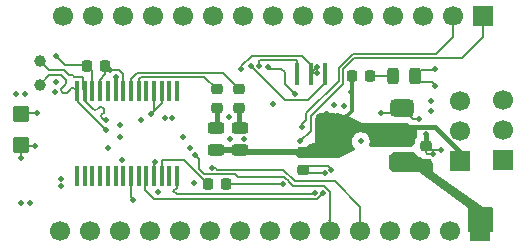
<source format=gbr>
%TF.GenerationSoftware,KiCad,Pcbnew,9.0.2*%
%TF.CreationDate,2025-07-20T14:30:59+05:30*%
%TF.ProjectId,Arduino nano,41726475-696e-46f2-906e-616e6f2e6b69,rev?*%
%TF.SameCoordinates,Original*%
%TF.FileFunction,Copper,L4,Bot*%
%TF.FilePolarity,Positive*%
%FSLAX46Y46*%
G04 Gerber Fmt 4.6, Leading zero omitted, Abs format (unit mm)*
G04 Created by KiCad (PCBNEW 9.0.2) date 2025-07-20 14:30:59*
%MOMM*%
%LPD*%
G01*
G04 APERTURE LIST*
G04 Aperture macros list*
%AMRoundRect*
0 Rectangle with rounded corners*
0 $1 Rounding radius*
0 $2 $3 $4 $5 $6 $7 $8 $9 X,Y pos of 4 corners*
0 Add a 4 corners polygon primitive as box body*
4,1,4,$2,$3,$4,$5,$6,$7,$8,$9,$2,$3,0*
0 Add four circle primitives for the rounded corners*
1,1,$1+$1,$2,$3*
1,1,$1+$1,$4,$5*
1,1,$1+$1,$6,$7*
1,1,$1+$1,$8,$9*
0 Add four rect primitives between the rounded corners*
20,1,$1+$1,$2,$3,$4,$5,0*
20,1,$1+$1,$4,$5,$6,$7,0*
20,1,$1+$1,$6,$7,$8,$9,0*
20,1,$1+$1,$8,$9,$2,$3,0*%
G04 Aperture macros list end*
%TA.AperFunction,ComponentPad*%
%ADD10R,1.700000X1.700000*%
%TD*%
%TA.AperFunction,ComponentPad*%
%ADD11C,1.700000*%
%TD*%
%TA.AperFunction,SMDPad,CuDef*%
%ADD12C,1.000000*%
%TD*%
%TA.AperFunction,SMDPad,CuDef*%
%ADD13RoundRect,0.225000X0.225000X0.250000X-0.225000X0.250000X-0.225000X-0.250000X0.225000X-0.250000X0*%
%TD*%
%TA.AperFunction,SMDPad,CuDef*%
%ADD14RoundRect,0.218750X-0.218750X-0.256250X0.218750X-0.256250X0.218750X0.256250X-0.218750X0.256250X0*%
%TD*%
%TA.AperFunction,SMDPad,CuDef*%
%ADD15RoundRect,0.375000X0.625000X0.375000X-0.625000X0.375000X-0.625000X-0.375000X0.625000X-0.375000X0*%
%TD*%
%TA.AperFunction,SMDPad,CuDef*%
%ADD16RoundRect,0.500000X0.500000X1.400000X-0.500000X1.400000X-0.500000X-1.400000X0.500000X-1.400000X0*%
%TD*%
%TA.AperFunction,SMDPad,CuDef*%
%ADD17RoundRect,0.243750X-0.456250X0.243750X-0.456250X-0.243750X0.456250X-0.243750X0.456250X0.243750X0*%
%TD*%
%TA.AperFunction,SMDPad,CuDef*%
%ADD18R,0.450000X1.750000*%
%TD*%
%TA.AperFunction,SMDPad,CuDef*%
%ADD19RoundRect,0.218750X0.256250X-0.218750X0.256250X0.218750X-0.256250X0.218750X-0.256250X-0.218750X0*%
%TD*%
%TA.AperFunction,SMDPad,CuDef*%
%ADD20RoundRect,0.225000X-0.250000X0.225000X-0.250000X-0.225000X0.250000X-0.225000X0.250000X0.225000X0*%
%TD*%
%TA.AperFunction,SMDPad,CuDef*%
%ADD21RoundRect,0.243750X0.243750X0.456250X-0.243750X0.456250X-0.243750X-0.456250X0.243750X-0.456250X0*%
%TD*%
%TA.AperFunction,SMDPad,CuDef*%
%ADD22RoundRect,0.225000X-0.225000X-0.250000X0.225000X-0.250000X0.225000X0.250000X-0.225000X0.250000X0*%
%TD*%
%TA.AperFunction,SMDPad,CuDef*%
%ADD23RoundRect,0.250000X-0.445000X0.457500X-0.445000X-0.457500X0.445000X-0.457500X0.445000X0.457500X0*%
%TD*%
%TA.AperFunction,SMDPad,CuDef*%
%ADD24R,0.400000X1.900000*%
%TD*%
%TA.AperFunction,ViaPad*%
%ADD25C,0.500000*%
%TD*%
%TA.AperFunction,Conductor*%
%ADD26C,0.400000*%
%TD*%
%TA.AperFunction,Conductor*%
%ADD27C,0.500000*%
%TD*%
%TA.AperFunction,Conductor*%
%ADD28C,0.300000*%
%TD*%
%TA.AperFunction,Conductor*%
%ADD29C,0.200000*%
%TD*%
%TA.AperFunction,Conductor*%
%ADD30C,0.150000*%
%TD*%
G04 APERTURE END LIST*
D10*
%TO.P,J2,1,Pin_1*%
%TO.N,VCC*%
X230320000Y-97600000D03*
D11*
%TO.P,J2,2,Pin_2*%
%TO.N,/RESET*%
X227780000Y-97600000D03*
%TO.P,J2,3,Pin_3*%
%TO.N,GND*%
X225240001Y-97600000D03*
%TO.P,J2,4,Pin_4*%
%TO.N,+5V*%
X222700000Y-97600000D03*
%TO.P,J2,5,Pin_5*%
%TO.N,/A7*%
X220160000Y-97600000D03*
%TO.P,J2,6,Pin_6*%
%TO.N,/A6*%
X217620000Y-97600000D03*
%TO.P,J2,7,Pin_7*%
%TO.N,/A5*%
X215080000Y-97600000D03*
%TO.P,J2,8,Pin_8*%
%TO.N,/A4*%
X212539999Y-97600000D03*
%TO.P,J2,9,Pin_9*%
%TO.N,/A3*%
X210000000Y-97600000D03*
%TO.P,J2,10,Pin_10*%
%TO.N,/A2*%
X207460000Y-97600000D03*
%TO.P,J2,11,Pin_11*%
%TO.N,/A1*%
X204920000Y-97600000D03*
%TO.P,J2,12,Pin_12*%
%TO.N,/A0*%
X202380001Y-97600000D03*
%TO.P,J2,13,Pin_13*%
%TO.N,/AREF*%
X199840000Y-97600000D03*
%TO.P,J2,14,Pin_14*%
%TO.N,+3.3V*%
X197300000Y-97600000D03*
%TO.P,J2,15,Pin_15*%
%TO.N,/D13{slash}SCK*%
X194760000Y-97600000D03*
%TD*%
D10*
%TO.P,J4,1,Pin_1*%
%TO.N,/D0{slash}RX*%
X230560000Y-79400000D03*
D11*
%TO.P,J4,2,Pin_2*%
%TO.N,/D1{slash}TX*%
X228020000Y-79400000D03*
%TO.P,J4,3,Pin_3*%
%TO.N,/RESET*%
X225480001Y-79400000D03*
%TO.P,J4,4,Pin_4*%
%TO.N,GND*%
X222940000Y-79400000D03*
%TO.P,J4,5,Pin_5*%
%TO.N,/D2*%
X220400000Y-79400000D03*
%TO.P,J4,6,Pin_6*%
%TO.N,/D3*%
X217860000Y-79400000D03*
%TO.P,J4,7,Pin_7*%
%TO.N,/D4*%
X215320000Y-79400000D03*
%TO.P,J4,8,Pin_8*%
%TO.N,/D5*%
X212779999Y-79400000D03*
%TO.P,J4,9,Pin_9*%
%TO.N,/D6*%
X210240000Y-79400000D03*
%TO.P,J4,10,Pin_10*%
%TO.N,/D7*%
X207700000Y-79400000D03*
%TO.P,J4,11,Pin_11*%
%TO.N,/D8*%
X205160000Y-79400000D03*
%TO.P,J4,12,Pin_12*%
%TO.N,/D9*%
X202620001Y-79400000D03*
%TO.P,J4,13,Pin_13*%
%TO.N,/D10*%
X200080000Y-79400000D03*
%TO.P,J4,14,Pin_14*%
%TO.N,/D11{slash}MOSI*%
X197540000Y-79400000D03*
%TO.P,J4,15,Pin_15*%
%TO.N,/D12{slash}MISO*%
X195000000Y-79400000D03*
%TD*%
D10*
%TO.P,J5,1,Pin_1*%
%TO.N,/D12{slash}MISO*%
X232200000Y-91600000D03*
D11*
%TO.P,J5,2,Pin_2*%
%TO.N,/D13{slash}SCK*%
X232200000Y-89060000D03*
%TO.P,J5,3,Pin_3*%
%TO.N,/RESET*%
X232200000Y-86520000D03*
%TD*%
D10*
%TO.P,J3,1,Pin_1*%
%TO.N,+5V*%
X228600000Y-91640000D03*
D11*
%TO.P,J3,2,Pin_2*%
%TO.N,/D11{slash}MOSI*%
X228600000Y-89100000D03*
%TO.P,J3,3,Pin_3*%
%TO.N,GND*%
X228600000Y-86560000D03*
%TD*%
D12*
%TO.P,TP1,1,1*%
%TO.N,/D_P*%
X193000000Y-85200000D03*
%TD*%
D13*
%TO.P,C8,1*%
%TO.N,/RESET*%
X208775000Y-93600000D03*
%TO.P,C8,2*%
%TO.N,Net-(U3-RTS)*%
X207225000Y-93600000D03*
%TD*%
D14*
%TO.P,R5,1*%
%TO.N,+5V*%
X219412499Y-84500000D03*
%TO.P,R5,2*%
%TO.N,Net-(D2-A)*%
X220987501Y-84500000D03*
%TD*%
D15*
%TO.P,U2,1,GND*%
%TO.N,GND*%
X223670000Y-87140000D03*
%TO.P,U2,2,VO*%
%TO.N,+5V*%
X223669999Y-89440000D03*
D16*
X217370001Y-89440000D03*
D15*
%TO.P,U2,3,VI*%
%TO.N,VCC*%
X223670000Y-91740000D03*
%TD*%
D17*
%TO.P,D5,1,K*%
%TO.N,Net-(D5-K)*%
X210000000Y-88862499D03*
%TO.P,D5,2,A*%
%TO.N,+5V*%
X210000000Y-90737501D03*
%TD*%
D18*
%TO.P,U3,1,TXD*%
%TO.N,/RX*%
X204625000Y-92900000D03*
%TO.P,U3,2,DTR*%
%TO.N,unconnected-(U3-DTR-Pad2)*%
X203975000Y-92900000D03*
%TO.P,U3,3,RTS*%
%TO.N,Net-(U3-RTS)*%
X203325000Y-92900000D03*
%TO.P,U3,4,VCCIO*%
%TO.N,+5V*%
X202675000Y-92900000D03*
%TO.P,U3,5,RXD*%
%TO.N,/TX*%
X202025000Y-92900000D03*
%TO.P,U3,6,RI*%
%TO.N,unconnected-(U3-RI-Pad6)*%
X201375000Y-92900000D03*
%TO.P,U3,7,GND*%
%TO.N,GND*%
X200725000Y-92900000D03*
%TO.P,U3,8*%
%TO.N,N/C*%
X200075000Y-92900000D03*
%TO.P,U3,9,DCR*%
%TO.N,unconnected-(U3-DCR-Pad9)*%
X199425000Y-92900000D03*
%TO.P,U3,10,DCD*%
%TO.N,unconnected-(U3-DCD-Pad10)*%
X198775000Y-92900000D03*
%TO.P,U3,11,CTS*%
%TO.N,unconnected-(U3-CTS-Pad11)*%
X198125000Y-92900000D03*
%TO.P,U3,12,CBUS4*%
%TO.N,unconnected-(U3-CBUS4-Pad12)*%
X197475000Y-92900000D03*
%TO.P,U3,13,CBUS2*%
%TO.N,unconnected-(U3-CBUS2-Pad13)*%
X196825000Y-92900000D03*
%TO.P,U3,14,CBUS3*%
%TO.N,unconnected-(U3-CBUS3-Pad14)*%
X196175000Y-92900000D03*
%TO.P,U3,15,USBD+*%
%TO.N,/D_P*%
X196175000Y-85700000D03*
%TO.P,U3,16,USBD-*%
%TO.N,/D_N*%
X196825000Y-85700000D03*
%TO.P,U3,17,3V3OUT*%
%TO.N,+3.3V*%
X197475000Y-85700000D03*
%TO.P,U3,18,GND*%
%TO.N,GND*%
X198125000Y-85700000D03*
%TO.P,U3,19,~{RESET}*%
%TO.N,unconnected-(U3-~{RESET}-Pad19)*%
X198775000Y-85700000D03*
%TO.P,U3,20,VCC*%
%TO.N,+5V*%
X199425000Y-85700000D03*
%TO.P,U3,21,GND*%
%TO.N,GND*%
X200075000Y-85700000D03*
%TO.P,U3,22,CBUS1*%
%TO.N,Net-(U3-CBUS1)*%
X200725000Y-85700000D03*
%TO.P,U3,23,CBUS0*%
%TO.N,Net-(U3-CBUS0)*%
X201375000Y-85700000D03*
%TO.P,U3,24*%
%TO.N,N/C*%
X202025000Y-85700000D03*
%TO.P,U3,25,AGND*%
%TO.N,GND*%
X202675000Y-85700000D03*
%TO.P,U3,26,TEST*%
X203325000Y-85700000D03*
%TO.P,U3,27,OSCI*%
%TO.N,unconnected-(U3-OSCI-Pad27)*%
X203975000Y-85700000D03*
%TO.P,U3,28,OSCO*%
%TO.N,unconnected-(U3-OSCO-Pad28)*%
X204625000Y-85700000D03*
%TD*%
D19*
%TO.P,R7,1*%
%TO.N,Net-(D5-K)*%
X209900000Y-87187501D03*
%TO.P,R7,2*%
%TO.N,Net-(U3-CBUS1)*%
X209900000Y-85612499D03*
%TD*%
D20*
%TO.P,C6,1*%
%TO.N,+5V*%
X215320000Y-90890000D03*
%TO.P,C6,2*%
%TO.N,GND*%
X215320000Y-92440000D03*
%TD*%
D21*
%TO.P,D2,1,K*%
%TO.N,GND*%
X224800000Y-84500000D03*
%TO.P,D2,2,A*%
%TO.N,Net-(D2-A)*%
X222925000Y-84500000D03*
%TD*%
D20*
%TO.P,C5,1*%
%TO.N,GND*%
X225720000Y-90365000D03*
%TO.P,C5,2*%
%TO.N,VCC*%
X225720000Y-91915000D03*
%TD*%
D22*
%TO.P,C7,1*%
%TO.N,+3.3V*%
X197025000Y-83600000D03*
%TO.P,C7,2*%
%TO.N,GND*%
X198575000Y-83600000D03*
%TD*%
D23*
%TO.P,C9,1*%
%TO.N,VBUS*%
X191400000Y-87647500D03*
%TO.P,C9,2*%
%TO.N,GND*%
X191400000Y-90352500D03*
%TD*%
D12*
%TO.P,TP2,1,1*%
%TO.N,/D_N*%
X193000000Y-83200000D03*
%TD*%
D24*
%TO.P,Y1,1,1*%
%TO.N,/XTAL2*%
X217200000Y-84300000D03*
%TO.P,Y1,2,2*%
%TO.N,GND*%
X216000000Y-84300000D03*
%TO.P,Y1,3,3*%
%TO.N,/XTAL1*%
X214800000Y-84300000D03*
%TD*%
D19*
%TO.P,R6,1*%
%TO.N,Net-(D4-K)*%
X208000000Y-87187501D03*
%TO.P,R6,2*%
%TO.N,Net-(U3-CBUS0)*%
X208000000Y-85612499D03*
%TD*%
D17*
%TO.P,D4,1,K*%
%TO.N,Net-(D4-K)*%
X207900000Y-88862499D03*
%TO.P,D4,2,A*%
%TO.N,+5V*%
X207900000Y-90737501D03*
%TD*%
D25*
%TO.N,+5V*%
X221200000Y-89800000D03*
X214600000Y-86000000D03*
X204200000Y-88000000D03*
X221800000Y-89200000D03*
X221200000Y-89200000D03*
X219400000Y-85800000D03*
X199424999Y-84525000D03*
X203600000Y-88000000D03*
X212300000Y-83700000D03*
X205744033Y-90536356D03*
X202739998Y-91754999D03*
X221800000Y-89800000D03*
%TO.N,GND*%
X218800000Y-87000000D03*
X217700000Y-92400000D03*
X217900000Y-86900000D03*
X191000000Y-86000000D03*
X217200000Y-92700000D03*
X191400000Y-91400000D03*
X203000000Y-94300000D03*
X206089079Y-93489079D03*
X191400000Y-95200000D03*
X198994084Y-83973352D03*
X216500000Y-83700000D03*
X198800000Y-90600000D03*
X194800000Y-93200000D03*
X210074000Y-83900000D03*
X226300000Y-91040000D03*
X192200000Y-95200000D03*
X226100000Y-86600000D03*
X209000000Y-87900000D03*
X226500000Y-85300000D03*
X191800000Y-86000000D03*
X225100000Y-88099000D03*
X199800000Y-88600000D03*
X209100000Y-89800000D03*
X194292619Y-85826643D03*
X216500000Y-84200000D03*
X226100000Y-87400000D03*
X221900000Y-87600000D03*
X201600000Y-88200000D03*
X226500000Y-83900000D03*
X227000000Y-90700000D03*
X202400000Y-87700000D03*
X210300000Y-89800000D03*
X192600000Y-90400000D03*
X212800000Y-86800000D03*
X199800000Y-89600000D03*
X225700000Y-89400000D03*
X194800000Y-93800000D03*
X200900000Y-95000000D03*
X194400000Y-85000000D03*
%TO.N,+3.3V*%
X194400000Y-82800000D03*
%TO.N,/RESET*%
X213580996Y-93619848D03*
%TO.N,VBUS*%
X192800000Y-87600000D03*
%TO.N,Net-(D1-A)*%
X200000000Y-91574998D03*
X220200000Y-90000000D03*
%TO.N,/D_P*%
X198600000Y-89000000D03*
%TO.N,/D_N*%
X198600000Y-88200000D03*
%TO.N,/A7*%
X207600000Y-92275000D03*
%TO.N,/A6*%
X206191744Y-91158219D03*
%TO.N,/D13{slash}SCK*%
X205100000Y-89600000D03*
%TO.N,/D0{slash}RX*%
X215047539Y-89990000D03*
%TO.N,/D1{slash}TX*%
X215245001Y-88797463D03*
%TO.N,/RX*%
X216300213Y-94357749D03*
%TO.N,/TX*%
X217000000Y-94375000D03*
%TO.N,/XTAL2*%
X210871303Y-83586233D03*
%TO.N,/XTAL1*%
X211600000Y-83600000D03*
%TD*%
D26*
%TO.N,+5V*%
X223669999Y-89440000D02*
X224360999Y-88749000D01*
D27*
X207960003Y-90737501D02*
X209900000Y-90737501D01*
D28*
X219412499Y-84500000D02*
X219412499Y-87397502D01*
D29*
X213428232Y-83849000D02*
X212449000Y-83849000D01*
D27*
X210052499Y-90890000D02*
X209900000Y-90737501D01*
D26*
X228600000Y-90869182D02*
X228600000Y-91640000D01*
X224360999Y-88749000D02*
X226479818Y-88749000D01*
D29*
X213751000Y-84171768D02*
X213428232Y-83849000D01*
D26*
X226479818Y-88749000D02*
X228600000Y-90869182D01*
D29*
X213751000Y-85151000D02*
X213751000Y-84171768D01*
D28*
X199424999Y-84525000D02*
X199424999Y-85700000D01*
D30*
X202739998Y-91754999D02*
X202675000Y-91819997D01*
D27*
X215320000Y-90890000D02*
X210052499Y-90890000D01*
D30*
X202675000Y-91819997D02*
X202675000Y-92899999D01*
D29*
X214600000Y-86000000D02*
X213751000Y-85151000D01*
D28*
X219412499Y-87397502D02*
X217370001Y-89440000D01*
D29*
X212449000Y-83849000D02*
X212300000Y-83700000D01*
%TO.N,GND*%
X191400000Y-91400000D02*
X191400000Y-90352500D01*
X202400000Y-87700000D02*
X202675000Y-87425000D01*
X225720000Y-90880000D02*
X225720000Y-90365000D01*
X202675000Y-87425000D02*
X202675000Y-85700001D01*
X200900000Y-95000000D02*
X200900000Y-94850000D01*
X217700000Y-92400000D02*
X217400000Y-92100000D01*
D30*
X216000000Y-84300000D02*
X216000000Y-83550000D01*
D29*
X225300000Y-84000000D02*
X224800000Y-84500000D01*
D30*
X216000000Y-83550000D02*
X215199000Y-82749000D01*
D29*
X216500000Y-83700000D02*
X216000000Y-84200000D01*
X192600000Y-90400000D02*
X191447500Y-90400000D01*
X202400000Y-87700000D02*
X203325000Y-86775000D01*
X226200000Y-85000000D02*
X225300000Y-85000000D01*
X224629000Y-88099000D02*
X223670000Y-87140000D01*
X226300000Y-91040000D02*
X225840000Y-91040000D01*
D30*
X215199000Y-82749000D02*
X210964659Y-82749000D01*
D29*
X225485000Y-90600000D02*
X225720000Y-90365000D01*
X200725000Y-94675000D02*
X200725000Y-92900000D01*
X223210000Y-87600000D02*
X223670000Y-87140000D01*
X225300000Y-85000000D02*
X224800000Y-84500000D01*
D30*
X210964659Y-82749000D02*
X210074000Y-83639659D01*
D29*
X225100000Y-88099000D02*
X224629000Y-88099000D01*
X215580000Y-92700000D02*
X215320000Y-92440000D01*
X200075000Y-84325000D02*
X200075000Y-85700000D01*
X226055000Y-90700000D02*
X225720000Y-90365000D01*
X217200000Y-92700000D02*
X215580000Y-92700000D01*
D26*
X225700000Y-90345000D02*
X225720000Y-90365000D01*
D29*
X200900000Y-94850000D02*
X200725000Y-94675000D01*
D30*
X210074000Y-83639659D02*
X210074000Y-83900000D01*
X198125000Y-84775000D02*
X198575000Y-84325000D01*
X198575000Y-84325000D02*
X198575000Y-83600000D01*
D29*
X216100000Y-84200000D02*
X216000000Y-84300000D01*
X203325000Y-86775000D02*
X203325000Y-85700000D01*
X198994084Y-83973352D02*
X199723352Y-83973352D01*
X216000000Y-84200000D02*
X216000000Y-84300000D01*
D30*
X198125000Y-85700001D02*
X198125000Y-84775000D01*
D29*
X225840000Y-91040000D02*
X225700000Y-90900000D01*
X217400000Y-92100000D02*
X215660000Y-92100000D01*
X199723352Y-83973352D02*
X200075000Y-84325000D01*
X216500000Y-84200000D02*
X216100000Y-84200000D01*
X226500000Y-85300000D02*
X226200000Y-85000000D01*
X226400000Y-84000000D02*
X225300000Y-84000000D01*
D26*
X225700000Y-89400000D02*
X225700000Y-90345000D01*
D29*
X225700000Y-90900000D02*
X225720000Y-90880000D01*
X191447500Y-90400000D02*
X191400000Y-90352500D01*
X226500000Y-83900000D02*
X226400000Y-84000000D01*
X215660000Y-92100000D02*
X215320000Y-92440000D01*
X227000000Y-90700000D02*
X226055000Y-90700000D01*
X221900000Y-87600000D02*
X223210000Y-87600000D01*
X225100000Y-88099000D02*
X224999000Y-88200000D01*
D30*
%TO.N,+3.3V*%
X194400000Y-82800000D02*
X195126232Y-83526232D01*
X196951232Y-83526232D02*
X197025000Y-83600000D01*
X195126232Y-83526232D02*
X196951232Y-83526232D01*
X197475000Y-84050000D02*
X197025000Y-83600000D01*
X197475000Y-85700000D02*
X197475000Y-84050000D01*
%TO.N,/RESET*%
X213580996Y-93619848D02*
X213561148Y-93600000D01*
X213561148Y-93600000D02*
X208775000Y-93600000D01*
%TO.N,Net-(U3-RTS)*%
X203325000Y-91675000D02*
X203325000Y-92900000D01*
X207225000Y-93600000D02*
X205225000Y-91600000D01*
X203400000Y-91600000D02*
X203325000Y-91675000D01*
X205225000Y-91600000D02*
X203400000Y-91600000D01*
%TO.N,VBUS*%
X192800000Y-87600000D02*
X191447500Y-87600000D01*
X191447500Y-87600000D02*
X191400000Y-87647500D01*
D29*
%TO.N,Net-(D2-A)*%
X220987501Y-84500000D02*
X222925000Y-84500000D01*
D26*
%TO.N,Net-(D4-K)*%
X207960003Y-87227498D02*
X208000000Y-87187501D01*
X208000000Y-87187501D02*
X208000000Y-88822502D01*
X208000000Y-88822502D02*
X207960003Y-88862499D01*
%TO.N,Net-(D5-K)*%
X209900000Y-87187501D02*
X209900000Y-88862499D01*
D29*
%TO.N,/D_P*%
X195958197Y-85558196D02*
X196043051Y-85643051D01*
X196043051Y-85643051D02*
X196100000Y-85700000D01*
X193774999Y-84425001D02*
X194273041Y-84425001D01*
X194273041Y-84425001D02*
X194456899Y-84425001D01*
X194883812Y-85784055D02*
X194968664Y-85868907D01*
X196275000Y-86675000D02*
X196275000Y-86450000D01*
X195194523Y-85133934D02*
X194883812Y-85444644D01*
X198600000Y-89000000D02*
X196275000Y-86675000D01*
X196100000Y-85700000D02*
X196175000Y-85700000D01*
X195079612Y-84679612D02*
X194825001Y-84425001D01*
X193000000Y-85200000D02*
X193774999Y-84425001D01*
X194825001Y-84425001D02*
X194566065Y-84425001D01*
X195308076Y-85868907D02*
X195618786Y-85558196D01*
X196175000Y-86350000D02*
X196175000Y-85700000D01*
X195079612Y-84679612D02*
X195194523Y-84794523D01*
X196275000Y-86450000D02*
X196175000Y-86350000D01*
X194456899Y-84425001D02*
X194566065Y-84425001D01*
X194968664Y-85868907D02*
G75*
G03*
X195308076Y-85868907I169706J169704D01*
G01*
X195618786Y-85558196D02*
G75*
G02*
X195958197Y-85558196I169705J-169707D01*
G01*
X194883812Y-85444644D02*
G75*
G03*
X194883861Y-85784005I169688J-169656D01*
G01*
X195194523Y-84794523D02*
G75*
G02*
X195194495Y-85133906I-169723J-169677D01*
G01*
%TO.N,/D_N*%
X193774999Y-83974999D02*
X193000000Y-83200000D01*
X196825000Y-85700000D02*
X196701000Y-85576000D01*
X196825000Y-86350000D02*
X196725000Y-86450000D01*
X195924000Y-84524000D02*
X195800000Y-84400000D01*
X198416084Y-87568782D02*
X198280335Y-87704528D01*
X197856074Y-87280266D02*
X197991820Y-87144517D01*
X198331232Y-87144518D02*
X198416084Y-87229370D01*
X198365190Y-88128793D02*
X198436397Y-88200000D01*
X195525000Y-84400000D02*
X195099999Y-83974999D01*
X195800000Y-84400000D02*
X195525000Y-84400000D01*
X198280336Y-88043940D02*
X198365190Y-88128793D01*
X196701000Y-85576000D02*
X196701000Y-84524000D01*
X196825000Y-85700000D02*
X196825000Y-86350000D01*
X196725000Y-86450000D02*
X196725000Y-86488603D01*
X198436397Y-88200000D02*
X198600000Y-88200000D01*
X195099999Y-83974999D02*
X193774999Y-83974999D01*
X196725000Y-86488603D02*
X197516662Y-87280265D01*
X196701000Y-84524000D02*
X195924000Y-84524000D01*
X198280335Y-87704528D02*
G75*
G03*
X198280369Y-88043906I169665J-169672D01*
G01*
X197516662Y-87280265D02*
G75*
G03*
X197856106Y-87280298I169738J169665D01*
G01*
X197991820Y-87144517D02*
G75*
G02*
X198331206Y-87144543I169680J-169683D01*
G01*
X198416084Y-87229370D02*
G75*
G02*
X198416108Y-87568806I-169684J-169730D01*
G01*
D30*
%TO.N,/A7*%
X208059550Y-92400000D02*
X213600000Y-92400000D01*
X218000000Y-93400000D02*
X220160000Y-95560000D01*
X214600000Y-93400000D02*
X218000000Y-93400000D01*
X220160000Y-95560000D02*
X220160000Y-96700000D01*
X207600000Y-92275000D02*
X207934550Y-92275000D01*
X207934550Y-92275000D02*
X208059550Y-92400000D01*
X213600000Y-92400000D02*
X214600000Y-93400000D01*
%TO.N,/A6*%
X213797459Y-93093848D02*
X213798873Y-93093848D01*
X209564756Y-92800000D02*
X209764756Y-93000000D01*
X214106996Y-93401971D02*
X214106996Y-93403385D01*
X206500000Y-91466475D02*
X206500000Y-92378612D01*
X217500000Y-96700000D02*
X217620000Y-96700000D01*
X209764756Y-93000000D02*
X213703611Y-93000000D01*
X213703611Y-93000000D02*
X213797459Y-93093848D01*
X217119877Y-93751000D02*
X217620000Y-94251123D01*
X206921388Y-92800000D02*
X209564756Y-92800000D01*
X206191744Y-91158219D02*
X206500000Y-91466475D01*
X206500000Y-92378612D02*
X206921388Y-92800000D01*
X214454611Y-93751000D02*
X217119877Y-93751000D01*
X213798873Y-93093848D02*
X214106996Y-93401971D01*
X214106996Y-93403385D02*
X214454611Y-93751000D01*
X217620000Y-94251123D02*
X217620000Y-96700000D01*
%TO.N,/D0{slash}RX*%
X218698999Y-85106300D02*
X218698999Y-83901001D01*
X218698999Y-83901001D02*
X219649000Y-82951000D01*
X215945701Y-89091838D02*
X215945701Y-87859598D01*
X230560000Y-81160000D02*
X230560000Y-79400000D01*
X215945701Y-87859598D02*
X218698999Y-85106300D01*
X215047539Y-89990000D02*
X215945701Y-89091838D01*
X228769000Y-82951000D02*
X230560000Y-81160000D01*
X219649000Y-82951000D02*
X228769000Y-82951000D01*
%TO.N,/D1{slash}TX*%
X215245001Y-88797463D02*
X215245001Y-88554999D01*
X215245001Y-88554999D02*
X215594701Y-88205299D01*
X215594701Y-88205299D02*
X215594701Y-87605299D01*
X215594701Y-87605299D02*
X218347999Y-84852001D01*
X219503611Y-82600000D02*
X226580000Y-82600000D01*
X226580000Y-82600000D02*
X228020000Y-81160000D01*
X218347999Y-83755612D02*
X219503611Y-82600000D01*
X228020000Y-81160000D02*
X228020000Y-79400000D01*
X218347999Y-84852001D02*
X218347999Y-83755612D01*
%TO.N,/RX*%
X204625000Y-93912441D02*
X204625000Y-92900000D01*
X204332339Y-94205102D02*
X204625000Y-93912441D01*
X216157962Y-94500000D02*
X204627237Y-94500000D01*
X216300213Y-94357749D02*
X216157962Y-94500000D01*
X204627237Y-94500000D02*
X204332339Y-94205102D01*
%TO.N,/TX*%
X202669136Y-94883749D02*
X201897776Y-94112389D01*
X202100000Y-92975000D02*
X202025000Y-92900000D01*
X217000000Y-94401839D02*
X216518090Y-94883749D01*
X201897776Y-93027224D02*
X202025000Y-92900000D01*
X201897776Y-94112389D02*
X201897776Y-93027224D01*
X216518090Y-94883749D02*
X202669136Y-94883749D01*
X217000000Y-94375000D02*
X217000000Y-94401839D01*
%TO.N,Net-(U3-CBUS0)*%
X201577000Y-84549000D02*
X201375001Y-84750999D01*
X201375001Y-84750999D02*
X201375001Y-85700000D01*
X206936501Y-84549000D02*
X201577000Y-84549000D01*
X208000000Y-85612499D02*
X206936501Y-84549000D01*
%TO.N,Net-(U3-CBUS1)*%
X208485501Y-84198000D02*
X207100000Y-84198000D01*
X207100000Y-84198000D02*
X201225001Y-84198000D01*
X209900000Y-85612499D02*
X208485501Y-84198000D01*
X200725000Y-84698001D02*
X200725000Y-85700000D01*
X201225001Y-84198000D02*
X200725000Y-84698001D01*
%TO.N,/XTAL2*%
X213782123Y-86526000D02*
X215724000Y-86526000D01*
X210871303Y-83615180D02*
X213782123Y-86526000D01*
X210871303Y-83586233D02*
X210871303Y-83615180D01*
X217200000Y-85050000D02*
X217200000Y-84300000D01*
X215724000Y-86526000D02*
X217200000Y-85050000D01*
%TO.N,/XTAL1*%
X211700000Y-83100000D02*
X214800000Y-83100000D01*
X211600000Y-83200000D02*
X211700000Y-83100000D01*
X211600000Y-83600000D02*
X211600000Y-83200000D01*
X214800000Y-83100000D02*
X214800000Y-84300000D01*
%TD*%
%TA.AperFunction,Conductor*%
%TO.N,+5V*%
G36*
X216520000Y-91440000D02*
G01*
X214971362Y-91440000D01*
X214941921Y-91431355D01*
X214911935Y-91424832D01*
X214906919Y-91421077D01*
X214904323Y-91420315D01*
X214883681Y-91403681D01*
X214756319Y-91276319D01*
X214722834Y-91214996D01*
X214720000Y-91188638D01*
X214720000Y-90841145D01*
X214739685Y-90774106D01*
X214792489Y-90728351D01*
X214861647Y-90718407D01*
X214868172Y-90719524D01*
X214945877Y-90734981D01*
X214973620Y-90740500D01*
X214973621Y-90740500D01*
X215121459Y-90740500D01*
X215232523Y-90718407D01*
X215266452Y-90711658D01*
X215403034Y-90655084D01*
X215525955Y-90572951D01*
X215630490Y-90468416D01*
X215712623Y-90345495D01*
X215724614Y-90316544D01*
X215768453Y-90262145D01*
X215834747Y-90240079D01*
X215839174Y-90240000D01*
X215920000Y-90240000D01*
X216520000Y-90040000D01*
X216520000Y-91440000D01*
G37*
%TD.AperFunction*%
%TD*%
%TA.AperFunction,Conductor*%
%TO.N,VCC*%
G36*
X224752504Y-90952504D02*
G01*
X225100000Y-91300000D01*
X225199403Y-91300000D01*
X225228843Y-91308644D01*
X225258830Y-91315168D01*
X225263845Y-91318922D01*
X225266442Y-91319685D01*
X225287084Y-91336319D01*
X225355139Y-91404374D01*
X225355149Y-91404385D01*
X225359479Y-91408715D01*
X225359480Y-91408716D01*
X225471284Y-91520520D01*
X225556434Y-91569681D01*
X225556435Y-91569682D01*
X225608209Y-91599574D01*
X225608210Y-91599575D01*
X225608212Y-91599575D01*
X225608215Y-91599577D01*
X225760943Y-91640501D01*
X225810235Y-91640501D01*
X225877274Y-91660186D01*
X225879090Y-91661375D01*
X225944505Y-91705084D01*
X226081087Y-91761658D01*
X226164887Y-91778327D01*
X226200191Y-91785350D01*
X226262102Y-91817735D01*
X226296676Y-91878451D01*
X226300000Y-91906967D01*
X226300000Y-92571667D01*
X230500000Y-95600000D01*
X231276000Y-95600000D01*
X231343039Y-95619685D01*
X231388794Y-95672489D01*
X231400000Y-95724000D01*
X231400000Y-97576000D01*
X231380315Y-97643039D01*
X231327511Y-97688794D01*
X231276000Y-97700000D01*
X229424000Y-97700000D01*
X229356961Y-97680315D01*
X229311206Y-97627511D01*
X229300000Y-97576000D01*
X229300000Y-95611100D01*
X225130782Y-92600000D01*
X222951362Y-92600000D01*
X222884323Y-92580315D01*
X222863681Y-92563681D01*
X222636319Y-92336319D01*
X222602834Y-92274996D01*
X222600000Y-92248638D01*
X222600000Y-91251362D01*
X222619685Y-91184323D01*
X222636319Y-91163681D01*
X222818181Y-90981819D01*
X222879504Y-90948334D01*
X222905862Y-90945500D01*
X224468640Y-90945500D01*
X224478786Y-90944955D01*
X224522678Y-90942603D01*
X224522686Y-90942602D01*
X224522688Y-90942602D01*
X224522689Y-90942602D01*
X224529682Y-90941849D01*
X224549036Y-90939769D01*
X224549046Y-90939767D01*
X224549049Y-90939767D01*
X224602442Y-90931115D01*
X224602442Y-90931114D01*
X224602448Y-90931114D01*
X224621492Y-90924010D01*
X224691179Y-90919022D01*
X224752504Y-90952504D01*
G37*
%TD.AperFunction*%
%TD*%
%TA.AperFunction,Conductor*%
%TO.N,+5V*%
G36*
X217394309Y-87459685D02*
G01*
X217414951Y-87476319D01*
X217421580Y-87482948D01*
X217421584Y-87482951D01*
X217544498Y-87565080D01*
X217544511Y-87565087D01*
X217678494Y-87620584D01*
X217681087Y-87621658D01*
X217681091Y-87621658D01*
X217681092Y-87621659D01*
X217826079Y-87650500D01*
X217826082Y-87650500D01*
X217973920Y-87650500D01*
X218071462Y-87631096D01*
X218118913Y-87621658D01*
X218218553Y-87580385D01*
X218288020Y-87572917D01*
X218334895Y-87591845D01*
X218444498Y-87665080D01*
X218444511Y-87665087D01*
X218581082Y-87721656D01*
X218581087Y-87721658D01*
X218581091Y-87721658D01*
X218581092Y-87721659D01*
X218726079Y-87750500D01*
X218726082Y-87750500D01*
X218873914Y-87750500D01*
X218873918Y-87750500D01*
X218880250Y-87749240D01*
X218949839Y-87755466D01*
X218959887Y-87759943D01*
X220320000Y-88440000D01*
X224069401Y-88440000D01*
X224136440Y-88459685D01*
X224157082Y-88476318D01*
X224260284Y-88579520D01*
X224347095Y-88629639D01*
X224347097Y-88629641D01*
X224385151Y-88651611D01*
X224397215Y-88658577D01*
X224549943Y-88699501D01*
X224610235Y-88699501D01*
X224623571Y-88702747D01*
X224633889Y-88701778D01*
X224654581Y-88710295D01*
X224667224Y-88713373D01*
X224673369Y-88716553D01*
X224744505Y-88764084D01*
X224848316Y-88807083D01*
X224852989Y-88809502D01*
X224874582Y-88830154D01*
X224897856Y-88848909D01*
X224899567Y-88854050D01*
X224903482Y-88857795D01*
X224910481Y-88886842D01*
X224919921Y-88915203D01*
X224920000Y-88919630D01*
X224920000Y-89614807D01*
X224900650Y-89680702D01*
X224900823Y-89680809D01*
X224900434Y-89681438D01*
X224900315Y-89681846D01*
X224899345Y-89683204D01*
X224808001Y-89831294D01*
X224807996Y-89831305D01*
X224754651Y-89992290D01*
X224744500Y-90091647D01*
X224744500Y-90164138D01*
X224735855Y-90193578D01*
X224729332Y-90223565D01*
X224725577Y-90228580D01*
X224724815Y-90231177D01*
X224708181Y-90251819D01*
X224556319Y-90403681D01*
X224494996Y-90437166D01*
X224468638Y-90440000D01*
X221015660Y-90440000D01*
X220948621Y-90420315D01*
X220902866Y-90367511D01*
X220892922Y-90298353D01*
X220901099Y-90268548D01*
X220921656Y-90218917D01*
X220921658Y-90218913D01*
X220946972Y-90091655D01*
X220950500Y-90073920D01*
X220950500Y-89926079D01*
X220921659Y-89781092D01*
X220921658Y-89781091D01*
X220921658Y-89781087D01*
X220881114Y-89683204D01*
X220865087Y-89644511D01*
X220865080Y-89644498D01*
X220782951Y-89521584D01*
X220782948Y-89521580D01*
X220678419Y-89417051D01*
X220678415Y-89417048D01*
X220555501Y-89334919D01*
X220555488Y-89334912D01*
X220418917Y-89278343D01*
X220418907Y-89278340D01*
X220273920Y-89249500D01*
X220273918Y-89249500D01*
X220126082Y-89249500D01*
X220126080Y-89249500D01*
X219981092Y-89278340D01*
X219981082Y-89278343D01*
X219844511Y-89334912D01*
X219844498Y-89334919D01*
X219721584Y-89417048D01*
X219721580Y-89417051D01*
X219617051Y-89521580D01*
X219617048Y-89521584D01*
X219534919Y-89644498D01*
X219534912Y-89644511D01*
X219478343Y-89781082D01*
X219478340Y-89781092D01*
X219449500Y-89926079D01*
X219449500Y-89926082D01*
X219449500Y-90073918D01*
X219449500Y-90073920D01*
X219449499Y-90073920D01*
X219478340Y-90218907D01*
X219478343Y-90218917D01*
X219534912Y-90355488D01*
X219534919Y-90355501D01*
X219617048Y-90478415D01*
X219617051Y-90478419D01*
X219704102Y-90565470D01*
X219737587Y-90626793D01*
X219732603Y-90696485D01*
X219690731Y-90752418D01*
X219671876Y-90764060D01*
X218346182Y-91426909D01*
X218290727Y-91440000D01*
X216520000Y-91440000D01*
X216320000Y-91040000D01*
X216320000Y-89582781D01*
X216339685Y-89515742D01*
X216356319Y-89495100D01*
X216373422Y-89477997D01*
X216406216Y-89445203D01*
X216481982Y-89313973D01*
X216521201Y-89167604D01*
X216521201Y-89016071D01*
X216521201Y-88149339D01*
X216540886Y-88082300D01*
X216557516Y-88061662D01*
X217142859Y-87476318D01*
X217169786Y-87461615D01*
X217195605Y-87445023D01*
X217201805Y-87444131D01*
X217204182Y-87442834D01*
X217230540Y-87440000D01*
X217327270Y-87440000D01*
X217394309Y-87459685D01*
G37*
%TD.AperFunction*%
%TD*%
M02*

</source>
